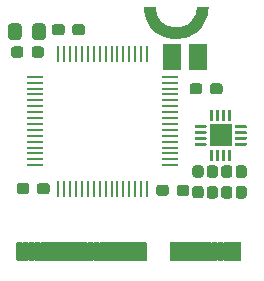
<source format=gts>
%TF.GenerationSoftware,KiCad,Pcbnew,(5.1.8)-1*%
%TF.CreationDate,2020-12-18T16:25:40+01:00*%
%TF.ProjectId,TeensyMM,5465656e-7379-44d4-9d2e-6b696361645f,rev?*%
%TF.SameCoordinates,Original*%
%TF.FileFunction,Soldermask,Top*%
%TF.FilePolarity,Negative*%
%FSLAX46Y46*%
G04 Gerber Fmt 4.6, Leading zero omitted, Abs format (unit mm)*
G04 Created by KiCad (PCBNEW (5.1.8)-1) date 2020-12-18 16:25:40*
%MOMM*%
%LPD*%
G01*
G04 APERTURE LIST*
%ADD10C,0.100000*%
%ADD11R,1.900000X1.900000*%
%ADD12R,1.500000X2.200000*%
%ADD13R,1.473200X0.279400*%
%ADD14R,0.279400X1.473200*%
G04 APERTURE END LIST*
D10*
%TO.C,J1*%
G36*
X133405100Y-53565000D02*
G01*
X134405100Y-53565000D01*
X134431686Y-53868884D01*
X134510638Y-54163535D01*
X134639556Y-54440000D01*
X134814522Y-54689878D01*
X135030222Y-54905578D01*
X135280100Y-55080544D01*
X135556565Y-55209462D01*
X135851216Y-55288414D01*
X136155100Y-55315000D01*
X136458984Y-55288414D01*
X136753635Y-55209462D01*
X137030100Y-55080544D01*
X137279978Y-54905578D01*
X137495678Y-54689878D01*
X137670644Y-54440000D01*
X137799562Y-54163535D01*
X137905100Y-53565000D01*
X138905100Y-53565000D01*
X138881573Y-53923947D01*
X138811396Y-54276752D01*
X138695769Y-54617379D01*
X138536670Y-54940000D01*
X138336822Y-55239094D01*
X138099644Y-55509544D01*
X137829194Y-55746722D01*
X137530100Y-55946570D01*
X137207479Y-56105669D01*
X136866852Y-56221296D01*
X136155100Y-56315000D01*
X135796153Y-56291473D01*
X135443348Y-56221296D01*
X135102721Y-56105669D01*
X134780100Y-55946570D01*
X134481006Y-55746722D01*
X134210556Y-55509544D01*
X133973378Y-55239094D01*
X133773530Y-54940000D01*
X133614431Y-54617379D01*
X133498804Y-54276752D01*
X133428627Y-53923947D01*
X133405100Y-53565000D01*
G37*
%TD*%
%TO.C,R4*%
G36*
G01*
X138235700Y-68040800D02*
X137760700Y-68040800D01*
G75*
G02*
X137523200Y-67803300I0J237500D01*
G01*
X137523200Y-67228300D01*
G75*
G02*
X137760700Y-66990800I237500J0D01*
G01*
X138235700Y-66990800D01*
G75*
G02*
X138473200Y-67228300I0J-237500D01*
G01*
X138473200Y-67803300D01*
G75*
G02*
X138235700Y-68040800I-237500J0D01*
G01*
G37*
G36*
G01*
X138235700Y-69790800D02*
X137760700Y-69790800D01*
G75*
G02*
X137523200Y-69553300I0J237500D01*
G01*
X137523200Y-68978300D01*
G75*
G02*
X137760700Y-68740800I237500J0D01*
G01*
X138235700Y-68740800D01*
G75*
G02*
X138473200Y-68978300I0J-237500D01*
G01*
X138473200Y-69553300D01*
G75*
G02*
X138235700Y-69790800I-237500J0D01*
G01*
G37*
%TD*%
%TO.C,R5*%
G36*
G01*
X139454900Y-68052200D02*
X138979900Y-68052200D01*
G75*
G02*
X138742400Y-67814700I0J237500D01*
G01*
X138742400Y-67239700D01*
G75*
G02*
X138979900Y-67002200I237500J0D01*
G01*
X139454900Y-67002200D01*
G75*
G02*
X139692400Y-67239700I0J-237500D01*
G01*
X139692400Y-67814700D01*
G75*
G02*
X139454900Y-68052200I-237500J0D01*
G01*
G37*
G36*
G01*
X139454900Y-69802200D02*
X138979900Y-69802200D01*
G75*
G02*
X138742400Y-69564700I0J237500D01*
G01*
X138742400Y-68989700D01*
G75*
G02*
X138979900Y-68752200I237500J0D01*
G01*
X139454900Y-68752200D01*
G75*
G02*
X139692400Y-68989700I0J-237500D01*
G01*
X139692400Y-69564700D01*
G75*
G02*
X139454900Y-69802200I-237500J0D01*
G01*
G37*
%TD*%
D11*
%TO.C,U2*%
X139928600Y-64465200D03*
G36*
G01*
X141191100Y-63590200D02*
X142066100Y-63590200D01*
G75*
G02*
X142128600Y-63652700I0J-62500D01*
G01*
X142128600Y-63777700D01*
G75*
G02*
X142066100Y-63840200I-62500J0D01*
G01*
X141191100Y-63840200D01*
G75*
G02*
X141128600Y-63777700I0J62500D01*
G01*
X141128600Y-63652700D01*
G75*
G02*
X141191100Y-63590200I62500J0D01*
G01*
G37*
G36*
G01*
X141191100Y-64090200D02*
X142066100Y-64090200D01*
G75*
G02*
X142128600Y-64152700I0J-62500D01*
G01*
X142128600Y-64277700D01*
G75*
G02*
X142066100Y-64340200I-62500J0D01*
G01*
X141191100Y-64340200D01*
G75*
G02*
X141128600Y-64277700I0J62500D01*
G01*
X141128600Y-64152700D01*
G75*
G02*
X141191100Y-64090200I62500J0D01*
G01*
G37*
G36*
G01*
X141191100Y-64590200D02*
X142066100Y-64590200D01*
G75*
G02*
X142128600Y-64652700I0J-62500D01*
G01*
X142128600Y-64777700D01*
G75*
G02*
X142066100Y-64840200I-62500J0D01*
G01*
X141191100Y-64840200D01*
G75*
G02*
X141128600Y-64777700I0J62500D01*
G01*
X141128600Y-64652700D01*
G75*
G02*
X141191100Y-64590200I62500J0D01*
G01*
G37*
G36*
G01*
X141191100Y-65090200D02*
X142066100Y-65090200D01*
G75*
G02*
X142128600Y-65152700I0J-62500D01*
G01*
X142128600Y-65277700D01*
G75*
G02*
X142066100Y-65340200I-62500J0D01*
G01*
X141191100Y-65340200D01*
G75*
G02*
X141128600Y-65277700I0J62500D01*
G01*
X141128600Y-65152700D01*
G75*
G02*
X141191100Y-65090200I62500J0D01*
G01*
G37*
G36*
G01*
X140616100Y-65665200D02*
X140741100Y-65665200D01*
G75*
G02*
X140803600Y-65727700I0J-62500D01*
G01*
X140803600Y-66602700D01*
G75*
G02*
X140741100Y-66665200I-62500J0D01*
G01*
X140616100Y-66665200D01*
G75*
G02*
X140553600Y-66602700I0J62500D01*
G01*
X140553600Y-65727700D01*
G75*
G02*
X140616100Y-65665200I62500J0D01*
G01*
G37*
G36*
G01*
X140116100Y-65665200D02*
X140241100Y-65665200D01*
G75*
G02*
X140303600Y-65727700I0J-62500D01*
G01*
X140303600Y-66602700D01*
G75*
G02*
X140241100Y-66665200I-62500J0D01*
G01*
X140116100Y-66665200D01*
G75*
G02*
X140053600Y-66602700I0J62500D01*
G01*
X140053600Y-65727700D01*
G75*
G02*
X140116100Y-65665200I62500J0D01*
G01*
G37*
G36*
G01*
X139616100Y-65665200D02*
X139741100Y-65665200D01*
G75*
G02*
X139803600Y-65727700I0J-62500D01*
G01*
X139803600Y-66602700D01*
G75*
G02*
X139741100Y-66665200I-62500J0D01*
G01*
X139616100Y-66665200D01*
G75*
G02*
X139553600Y-66602700I0J62500D01*
G01*
X139553600Y-65727700D01*
G75*
G02*
X139616100Y-65665200I62500J0D01*
G01*
G37*
G36*
G01*
X139116100Y-65665200D02*
X139241100Y-65665200D01*
G75*
G02*
X139303600Y-65727700I0J-62500D01*
G01*
X139303600Y-66602700D01*
G75*
G02*
X139241100Y-66665200I-62500J0D01*
G01*
X139116100Y-66665200D01*
G75*
G02*
X139053600Y-66602700I0J62500D01*
G01*
X139053600Y-65727700D01*
G75*
G02*
X139116100Y-65665200I62500J0D01*
G01*
G37*
G36*
G01*
X137791100Y-65090200D02*
X138666100Y-65090200D01*
G75*
G02*
X138728600Y-65152700I0J-62500D01*
G01*
X138728600Y-65277700D01*
G75*
G02*
X138666100Y-65340200I-62500J0D01*
G01*
X137791100Y-65340200D01*
G75*
G02*
X137728600Y-65277700I0J62500D01*
G01*
X137728600Y-65152700D01*
G75*
G02*
X137791100Y-65090200I62500J0D01*
G01*
G37*
G36*
G01*
X137791100Y-64590200D02*
X138666100Y-64590200D01*
G75*
G02*
X138728600Y-64652700I0J-62500D01*
G01*
X138728600Y-64777700D01*
G75*
G02*
X138666100Y-64840200I-62500J0D01*
G01*
X137791100Y-64840200D01*
G75*
G02*
X137728600Y-64777700I0J62500D01*
G01*
X137728600Y-64652700D01*
G75*
G02*
X137791100Y-64590200I62500J0D01*
G01*
G37*
G36*
G01*
X137791100Y-64090200D02*
X138666100Y-64090200D01*
G75*
G02*
X138728600Y-64152700I0J-62500D01*
G01*
X138728600Y-64277700D01*
G75*
G02*
X138666100Y-64340200I-62500J0D01*
G01*
X137791100Y-64340200D01*
G75*
G02*
X137728600Y-64277700I0J62500D01*
G01*
X137728600Y-64152700D01*
G75*
G02*
X137791100Y-64090200I62500J0D01*
G01*
G37*
G36*
G01*
X137791100Y-63590200D02*
X138666100Y-63590200D01*
G75*
G02*
X138728600Y-63652700I0J-62500D01*
G01*
X138728600Y-63777700D01*
G75*
G02*
X138666100Y-63840200I-62500J0D01*
G01*
X137791100Y-63840200D01*
G75*
G02*
X137728600Y-63777700I0J62500D01*
G01*
X137728600Y-63652700D01*
G75*
G02*
X137791100Y-63590200I62500J0D01*
G01*
G37*
G36*
G01*
X139116100Y-62265200D02*
X139241100Y-62265200D01*
G75*
G02*
X139303600Y-62327700I0J-62500D01*
G01*
X139303600Y-63202700D01*
G75*
G02*
X139241100Y-63265200I-62500J0D01*
G01*
X139116100Y-63265200D01*
G75*
G02*
X139053600Y-63202700I0J62500D01*
G01*
X139053600Y-62327700D01*
G75*
G02*
X139116100Y-62265200I62500J0D01*
G01*
G37*
G36*
G01*
X139616100Y-62265200D02*
X139741100Y-62265200D01*
G75*
G02*
X139803600Y-62327700I0J-62500D01*
G01*
X139803600Y-63202700D01*
G75*
G02*
X139741100Y-63265200I-62500J0D01*
G01*
X139616100Y-63265200D01*
G75*
G02*
X139553600Y-63202700I0J62500D01*
G01*
X139553600Y-62327700D01*
G75*
G02*
X139616100Y-62265200I62500J0D01*
G01*
G37*
G36*
G01*
X140116100Y-62265200D02*
X140241100Y-62265200D01*
G75*
G02*
X140303600Y-62327700I0J-62500D01*
G01*
X140303600Y-63202700D01*
G75*
G02*
X140241100Y-63265200I-62500J0D01*
G01*
X140116100Y-63265200D01*
G75*
G02*
X140053600Y-63202700I0J62500D01*
G01*
X140053600Y-62327700D01*
G75*
G02*
X140116100Y-62265200I62500J0D01*
G01*
G37*
G36*
G01*
X140616100Y-62265200D02*
X140741100Y-62265200D01*
G75*
G02*
X140803600Y-62327700I0J-62500D01*
G01*
X140803600Y-63202700D01*
G75*
G02*
X140741100Y-63265200I-62500J0D01*
G01*
X140616100Y-63265200D01*
G75*
G02*
X140553600Y-63202700I0J62500D01*
G01*
X140553600Y-62327700D01*
G75*
G02*
X140616100Y-62265200I62500J0D01*
G01*
G37*
%TD*%
D12*
%TO.C,Y1*%
X135831400Y-57861200D03*
X138031400Y-57861200D03*
%TD*%
%TO.C,J1*%
G36*
G01*
X123181700Y-73565000D02*
X123181700Y-75015000D01*
G75*
G02*
X123080100Y-75116600I-101600J0D01*
G01*
X122730100Y-75116600D01*
G75*
G02*
X122628500Y-75015000I0J101600D01*
G01*
X122628500Y-73565000D01*
G75*
G02*
X122730100Y-73463400I101600J0D01*
G01*
X123080100Y-73463400D01*
G75*
G02*
X123181700Y-73565000I0J-101600D01*
G01*
G37*
G36*
G01*
X123681700Y-73565000D02*
X123681700Y-75015000D01*
G75*
G02*
X123580100Y-75116600I-101600J0D01*
G01*
X123230100Y-75116600D01*
G75*
G02*
X123128500Y-75015000I0J101600D01*
G01*
X123128500Y-73565000D01*
G75*
G02*
X123230100Y-73463400I101600J0D01*
G01*
X123580100Y-73463400D01*
G75*
G02*
X123681700Y-73565000I0J-101600D01*
G01*
G37*
G36*
G01*
X124181700Y-73565000D02*
X124181700Y-75015000D01*
G75*
G02*
X124080100Y-75116600I-101600J0D01*
G01*
X123730100Y-75116600D01*
G75*
G02*
X123628500Y-75015000I0J101600D01*
G01*
X123628500Y-73565000D01*
G75*
G02*
X123730100Y-73463400I101600J0D01*
G01*
X124080100Y-73463400D01*
G75*
G02*
X124181700Y-73565000I0J-101600D01*
G01*
G37*
G36*
G01*
X124681700Y-73565000D02*
X124681700Y-75015000D01*
G75*
G02*
X124580100Y-75116600I-101600J0D01*
G01*
X124230100Y-75116600D01*
G75*
G02*
X124128500Y-75015000I0J101600D01*
G01*
X124128500Y-73565000D01*
G75*
G02*
X124230100Y-73463400I101600J0D01*
G01*
X124580100Y-73463400D01*
G75*
G02*
X124681700Y-73565000I0J-101600D01*
G01*
G37*
G36*
G01*
X125181700Y-73565000D02*
X125181700Y-75015000D01*
G75*
G02*
X125080100Y-75116600I-101600J0D01*
G01*
X124730100Y-75116600D01*
G75*
G02*
X124628500Y-75015000I0J101600D01*
G01*
X124628500Y-73565000D01*
G75*
G02*
X124730100Y-73463400I101600J0D01*
G01*
X125080100Y-73463400D01*
G75*
G02*
X125181700Y-73565000I0J-101600D01*
G01*
G37*
G36*
G01*
X125681700Y-73565000D02*
X125681700Y-75015000D01*
G75*
G02*
X125580100Y-75116600I-101600J0D01*
G01*
X125230100Y-75116600D01*
G75*
G02*
X125128500Y-75015000I0J101600D01*
G01*
X125128500Y-73565000D01*
G75*
G02*
X125230100Y-73463400I101600J0D01*
G01*
X125580100Y-73463400D01*
G75*
G02*
X125681700Y-73565000I0J-101600D01*
G01*
G37*
G36*
G01*
X126181700Y-73565000D02*
X126181700Y-75015000D01*
G75*
G02*
X126080100Y-75116600I-101600J0D01*
G01*
X125730100Y-75116600D01*
G75*
G02*
X125628500Y-75015000I0J101600D01*
G01*
X125628500Y-73565000D01*
G75*
G02*
X125730100Y-73463400I101600J0D01*
G01*
X126080100Y-73463400D01*
G75*
G02*
X126181700Y-73565000I0J-101600D01*
G01*
G37*
G36*
G01*
X126681700Y-73565000D02*
X126681700Y-75015000D01*
G75*
G02*
X126580100Y-75116600I-101600J0D01*
G01*
X126230100Y-75116600D01*
G75*
G02*
X126128500Y-75015000I0J101600D01*
G01*
X126128500Y-73565000D01*
G75*
G02*
X126230100Y-73463400I101600J0D01*
G01*
X126580100Y-73463400D01*
G75*
G02*
X126681700Y-73565000I0J-101600D01*
G01*
G37*
G36*
G01*
X127181700Y-73565000D02*
X127181700Y-75015000D01*
G75*
G02*
X127080100Y-75116600I-101600J0D01*
G01*
X126730100Y-75116600D01*
G75*
G02*
X126628500Y-75015000I0J101600D01*
G01*
X126628500Y-73565000D01*
G75*
G02*
X126730100Y-73463400I101600J0D01*
G01*
X127080100Y-73463400D01*
G75*
G02*
X127181700Y-73565000I0J-101600D01*
G01*
G37*
G36*
G01*
X127681700Y-73565000D02*
X127681700Y-75015000D01*
G75*
G02*
X127580100Y-75116600I-101600J0D01*
G01*
X127230100Y-75116600D01*
G75*
G02*
X127128500Y-75015000I0J101600D01*
G01*
X127128500Y-73565000D01*
G75*
G02*
X127230100Y-73463400I101600J0D01*
G01*
X127580100Y-73463400D01*
G75*
G02*
X127681700Y-73565000I0J-101600D01*
G01*
G37*
G36*
G01*
X128181700Y-73565000D02*
X128181700Y-75015000D01*
G75*
G02*
X128080100Y-75116600I-101600J0D01*
G01*
X127730100Y-75116600D01*
G75*
G02*
X127628500Y-75015000I0J101600D01*
G01*
X127628500Y-73565000D01*
G75*
G02*
X127730100Y-73463400I101600J0D01*
G01*
X128080100Y-73463400D01*
G75*
G02*
X128181700Y-73565000I0J-101600D01*
G01*
G37*
G36*
G01*
X128681700Y-73565000D02*
X128681700Y-75015000D01*
G75*
G02*
X128580100Y-75116600I-101600J0D01*
G01*
X128230100Y-75116600D01*
G75*
G02*
X128128500Y-75015000I0J101600D01*
G01*
X128128500Y-73565000D01*
G75*
G02*
X128230100Y-73463400I101600J0D01*
G01*
X128580100Y-73463400D01*
G75*
G02*
X128681700Y-73565000I0J-101600D01*
G01*
G37*
G36*
G01*
X129181700Y-73565000D02*
X129181700Y-75015000D01*
G75*
G02*
X129080100Y-75116600I-101600J0D01*
G01*
X128730100Y-75116600D01*
G75*
G02*
X128628500Y-75015000I0J101600D01*
G01*
X128628500Y-73565000D01*
G75*
G02*
X128730100Y-73463400I101600J0D01*
G01*
X129080100Y-73463400D01*
G75*
G02*
X129181700Y-73565000I0J-101600D01*
G01*
G37*
G36*
G01*
X129681700Y-73565000D02*
X129681700Y-75015000D01*
G75*
G02*
X129580100Y-75116600I-101600J0D01*
G01*
X129230100Y-75116600D01*
G75*
G02*
X129128500Y-75015000I0J101600D01*
G01*
X129128500Y-73565000D01*
G75*
G02*
X129230100Y-73463400I101600J0D01*
G01*
X129580100Y-73463400D01*
G75*
G02*
X129681700Y-73565000I0J-101600D01*
G01*
G37*
G36*
G01*
X130181700Y-73565000D02*
X130181700Y-75015000D01*
G75*
G02*
X130080100Y-75116600I-101600J0D01*
G01*
X129730100Y-75116600D01*
G75*
G02*
X129628500Y-75015000I0J101600D01*
G01*
X129628500Y-73565000D01*
G75*
G02*
X129730100Y-73463400I101600J0D01*
G01*
X130080100Y-73463400D01*
G75*
G02*
X130181700Y-73565000I0J-101600D01*
G01*
G37*
G36*
G01*
X130681700Y-73565000D02*
X130681700Y-75015000D01*
G75*
G02*
X130580100Y-75116600I-101600J0D01*
G01*
X130230100Y-75116600D01*
G75*
G02*
X130128500Y-75015000I0J101600D01*
G01*
X130128500Y-73565000D01*
G75*
G02*
X130230100Y-73463400I101600J0D01*
G01*
X130580100Y-73463400D01*
G75*
G02*
X130681700Y-73565000I0J-101600D01*
G01*
G37*
G36*
G01*
X131181700Y-73565000D02*
X131181700Y-75015000D01*
G75*
G02*
X131080100Y-75116600I-101600J0D01*
G01*
X130730100Y-75116600D01*
G75*
G02*
X130628500Y-75015000I0J101600D01*
G01*
X130628500Y-73565000D01*
G75*
G02*
X130730100Y-73463400I101600J0D01*
G01*
X131080100Y-73463400D01*
G75*
G02*
X131181700Y-73565000I0J-101600D01*
G01*
G37*
G36*
G01*
X131681700Y-73565000D02*
X131681700Y-75015000D01*
G75*
G02*
X131580100Y-75116600I-101600J0D01*
G01*
X131230100Y-75116600D01*
G75*
G02*
X131128500Y-75015000I0J101600D01*
G01*
X131128500Y-73565000D01*
G75*
G02*
X131230100Y-73463400I101600J0D01*
G01*
X131580100Y-73463400D01*
G75*
G02*
X131681700Y-73565000I0J-101600D01*
G01*
G37*
G36*
G01*
X132181700Y-73565000D02*
X132181700Y-75015000D01*
G75*
G02*
X132080100Y-75116600I-101600J0D01*
G01*
X131730100Y-75116600D01*
G75*
G02*
X131628500Y-75015000I0J101600D01*
G01*
X131628500Y-73565000D01*
G75*
G02*
X131730100Y-73463400I101600J0D01*
G01*
X132080100Y-73463400D01*
G75*
G02*
X132181700Y-73565000I0J-101600D01*
G01*
G37*
G36*
G01*
X132681700Y-73565000D02*
X132681700Y-75015000D01*
G75*
G02*
X132580100Y-75116600I-101600J0D01*
G01*
X132230100Y-75116600D01*
G75*
G02*
X132128500Y-75015000I0J101600D01*
G01*
X132128500Y-73565000D01*
G75*
G02*
X132230100Y-73463400I101600J0D01*
G01*
X132580100Y-73463400D01*
G75*
G02*
X132681700Y-73565000I0J-101600D01*
G01*
G37*
G36*
G01*
X133181700Y-73565000D02*
X133181700Y-75015000D01*
G75*
G02*
X133080100Y-75116600I-101600J0D01*
G01*
X132730100Y-75116600D01*
G75*
G02*
X132628500Y-75015000I0J101600D01*
G01*
X132628500Y-73565000D01*
G75*
G02*
X132730100Y-73463400I101600J0D01*
G01*
X133080100Y-73463400D01*
G75*
G02*
X133181700Y-73565000I0J-101600D01*
G01*
G37*
G36*
G01*
X133681700Y-73565000D02*
X133681700Y-75015000D01*
G75*
G02*
X133580100Y-75116600I-101600J0D01*
G01*
X133230100Y-75116600D01*
G75*
G02*
X133128500Y-75015000I0J101600D01*
G01*
X133128500Y-73565000D01*
G75*
G02*
X133230100Y-73463400I101600J0D01*
G01*
X133580100Y-73463400D01*
G75*
G02*
X133681700Y-73565000I0J-101600D01*
G01*
G37*
G36*
G01*
X136181700Y-73565000D02*
X136181700Y-75015000D01*
G75*
G02*
X136080100Y-75116600I-101600J0D01*
G01*
X135730100Y-75116600D01*
G75*
G02*
X135628500Y-75015000I0J101600D01*
G01*
X135628500Y-73565000D01*
G75*
G02*
X135730100Y-73463400I101600J0D01*
G01*
X136080100Y-73463400D01*
G75*
G02*
X136181700Y-73565000I0J-101600D01*
G01*
G37*
G36*
G01*
X136681700Y-73565000D02*
X136681700Y-75015000D01*
G75*
G02*
X136580100Y-75116600I-101600J0D01*
G01*
X136230100Y-75116600D01*
G75*
G02*
X136128500Y-75015000I0J101600D01*
G01*
X136128500Y-73565000D01*
G75*
G02*
X136230100Y-73463400I101600J0D01*
G01*
X136580100Y-73463400D01*
G75*
G02*
X136681700Y-73565000I0J-101600D01*
G01*
G37*
G36*
G01*
X137181700Y-73565000D02*
X137181700Y-75015000D01*
G75*
G02*
X137080100Y-75116600I-101600J0D01*
G01*
X136730100Y-75116600D01*
G75*
G02*
X136628500Y-75015000I0J101600D01*
G01*
X136628500Y-73565000D01*
G75*
G02*
X136730100Y-73463400I101600J0D01*
G01*
X137080100Y-73463400D01*
G75*
G02*
X137181700Y-73565000I0J-101600D01*
G01*
G37*
G36*
G01*
X137681700Y-73565000D02*
X137681700Y-75015000D01*
G75*
G02*
X137580100Y-75116600I-101600J0D01*
G01*
X137230100Y-75116600D01*
G75*
G02*
X137128500Y-75015000I0J101600D01*
G01*
X137128500Y-73565000D01*
G75*
G02*
X137230100Y-73463400I101600J0D01*
G01*
X137580100Y-73463400D01*
G75*
G02*
X137681700Y-73565000I0J-101600D01*
G01*
G37*
G36*
G01*
X138181700Y-73565000D02*
X138181700Y-75015000D01*
G75*
G02*
X138080100Y-75116600I-101600J0D01*
G01*
X137730100Y-75116600D01*
G75*
G02*
X137628500Y-75015000I0J101600D01*
G01*
X137628500Y-73565000D01*
G75*
G02*
X137730100Y-73463400I101600J0D01*
G01*
X138080100Y-73463400D01*
G75*
G02*
X138181700Y-73565000I0J-101600D01*
G01*
G37*
G36*
G01*
X138681700Y-73565000D02*
X138681700Y-75015000D01*
G75*
G02*
X138580100Y-75116600I-101600J0D01*
G01*
X138230100Y-75116600D01*
G75*
G02*
X138128500Y-75015000I0J101600D01*
G01*
X138128500Y-73565000D01*
G75*
G02*
X138230100Y-73463400I101600J0D01*
G01*
X138580100Y-73463400D01*
G75*
G02*
X138681700Y-73565000I0J-101600D01*
G01*
G37*
G36*
G01*
X139181700Y-73565000D02*
X139181700Y-75015000D01*
G75*
G02*
X139080100Y-75116600I-101600J0D01*
G01*
X138730100Y-75116600D01*
G75*
G02*
X138628500Y-75015000I0J101600D01*
G01*
X138628500Y-73565000D01*
G75*
G02*
X138730100Y-73463400I101600J0D01*
G01*
X139080100Y-73463400D01*
G75*
G02*
X139181700Y-73565000I0J-101600D01*
G01*
G37*
G36*
G01*
X139681700Y-73565000D02*
X139681700Y-75015000D01*
G75*
G02*
X139580100Y-75116600I-101600J0D01*
G01*
X139230100Y-75116600D01*
G75*
G02*
X139128500Y-75015000I0J101600D01*
G01*
X139128500Y-73565000D01*
G75*
G02*
X139230100Y-73463400I101600J0D01*
G01*
X139580100Y-73463400D01*
G75*
G02*
X139681700Y-73565000I0J-101600D01*
G01*
G37*
G36*
G01*
X140181700Y-73565000D02*
X140181700Y-75015000D01*
G75*
G02*
X140080100Y-75116600I-101600J0D01*
G01*
X139730100Y-75116600D01*
G75*
G02*
X139628500Y-75015000I0J101600D01*
G01*
X139628500Y-73565000D01*
G75*
G02*
X139730100Y-73463400I101600J0D01*
G01*
X140080100Y-73463400D01*
G75*
G02*
X140181700Y-73565000I0J-101600D01*
G01*
G37*
G36*
G01*
X140681700Y-73565000D02*
X140681700Y-75015000D01*
G75*
G02*
X140580100Y-75116600I-101600J0D01*
G01*
X140230100Y-75116600D01*
G75*
G02*
X140128500Y-75015000I0J101600D01*
G01*
X140128500Y-73565000D01*
G75*
G02*
X140230100Y-73463400I101600J0D01*
G01*
X140580100Y-73463400D01*
G75*
G02*
X140681700Y-73565000I0J-101600D01*
G01*
G37*
G36*
G01*
X141181700Y-73565000D02*
X141181700Y-75015000D01*
G75*
G02*
X141080100Y-75116600I-101600J0D01*
G01*
X140730100Y-75116600D01*
G75*
G02*
X140628500Y-75015000I0J101600D01*
G01*
X140628500Y-73565000D01*
G75*
G02*
X140730100Y-73463400I101600J0D01*
G01*
X141080100Y-73463400D01*
G75*
G02*
X141181700Y-73565000I0J-101600D01*
G01*
G37*
G36*
G01*
X141681700Y-73565000D02*
X141681700Y-75015000D01*
G75*
G02*
X141580100Y-75116600I-101600J0D01*
G01*
X141230100Y-75116600D01*
G75*
G02*
X141128500Y-75015000I0J101600D01*
G01*
X141128500Y-73565000D01*
G75*
G02*
X141230100Y-73463400I101600J0D01*
G01*
X141580100Y-73463400D01*
G75*
G02*
X141681700Y-73565000I0J-101600D01*
G01*
G37*
%TD*%
D13*
%TO.C,U1*%
X124206000Y-67005200D03*
X124206000Y-66497200D03*
X124206000Y-65989200D03*
X124206000Y-65506600D03*
X124206000Y-64998600D03*
X124206000Y-64490600D03*
X124206000Y-64008000D03*
X124206000Y-63500000D03*
X124206000Y-62992000D03*
X124206000Y-62484000D03*
X124206000Y-62001400D03*
X124206000Y-61493400D03*
X124206000Y-60985400D03*
X124206000Y-60502800D03*
X124206000Y-59994800D03*
X124206000Y-59486800D03*
D14*
X126161800Y-57531000D03*
X126669800Y-57531000D03*
X127177800Y-57531000D03*
X127660400Y-57531000D03*
X128168400Y-57531000D03*
X128676400Y-57531000D03*
X129159000Y-57531000D03*
X129667000Y-57531000D03*
X130175000Y-57531000D03*
X130683000Y-57531000D03*
X131165600Y-57531000D03*
X131673600Y-57531000D03*
X132181600Y-57531000D03*
X132664200Y-57531000D03*
X133172200Y-57531000D03*
X133680200Y-57531000D03*
D13*
X135636000Y-59486800D03*
X135636000Y-59994800D03*
X135636000Y-60502800D03*
X135636000Y-60985400D03*
X135636000Y-61493400D03*
X135636000Y-62001400D03*
X135636000Y-62484000D03*
X135636000Y-62992000D03*
X135636000Y-63500000D03*
X135636000Y-64008000D03*
X135636000Y-64490600D03*
X135636000Y-64998600D03*
X135636000Y-65506600D03*
X135636000Y-65989200D03*
X135636000Y-66497200D03*
X135636000Y-67005200D03*
D14*
X133680200Y-68961000D03*
X133172200Y-68961000D03*
X132664200Y-68961000D03*
X132181600Y-68961000D03*
X131673600Y-68961000D03*
X131165600Y-68961000D03*
X130683000Y-68961000D03*
X130175000Y-68961000D03*
X129667000Y-68961000D03*
X129159000Y-68961000D03*
X128676400Y-68961000D03*
X128168400Y-68961000D03*
X127660400Y-68961000D03*
X127177800Y-68961000D03*
X126669800Y-68961000D03*
X126161800Y-68961000D03*
%TD*%
%TO.C,C1*%
G36*
G01*
X123717000Y-68723500D02*
X123717000Y-69198500D01*
G75*
G02*
X123479500Y-69436000I-237500J0D01*
G01*
X122879500Y-69436000D01*
G75*
G02*
X122642000Y-69198500I0J237500D01*
G01*
X122642000Y-68723500D01*
G75*
G02*
X122879500Y-68486000I237500J0D01*
G01*
X123479500Y-68486000D01*
G75*
G02*
X123717000Y-68723500I0J-237500D01*
G01*
G37*
G36*
G01*
X125442000Y-68723500D02*
X125442000Y-69198500D01*
G75*
G02*
X125204500Y-69436000I-237500J0D01*
G01*
X124604500Y-69436000D01*
G75*
G02*
X124367000Y-69198500I0J237500D01*
G01*
X124367000Y-68723500D01*
G75*
G02*
X124604500Y-68486000I237500J0D01*
G01*
X125204500Y-68486000D01*
G75*
G02*
X125442000Y-68723500I0J-237500D01*
G01*
G37*
%TD*%
%TO.C,R1*%
G36*
G01*
X123909600Y-57641500D02*
X123909600Y-57166500D01*
G75*
G02*
X124147100Y-56929000I237500J0D01*
G01*
X124722100Y-56929000D01*
G75*
G02*
X124959600Y-57166500I0J-237500D01*
G01*
X124959600Y-57641500D01*
G75*
G02*
X124722100Y-57879000I-237500J0D01*
G01*
X124147100Y-57879000D01*
G75*
G02*
X123909600Y-57641500I0J237500D01*
G01*
G37*
G36*
G01*
X122159600Y-57641500D02*
X122159600Y-57166500D01*
G75*
G02*
X122397100Y-56929000I237500J0D01*
G01*
X122972100Y-56929000D01*
G75*
G02*
X123209600Y-57166500I0J-237500D01*
G01*
X123209600Y-57641500D01*
G75*
G02*
X122972100Y-57879000I-237500J0D01*
G01*
X122397100Y-57879000D01*
G75*
G02*
X122159600Y-57641500I0J237500D01*
G01*
G37*
%TD*%
%TO.C,D1*%
G36*
G01*
X123961200Y-56126801D02*
X123961200Y-55226799D01*
G75*
G02*
X124211199Y-54976800I249999J0D01*
G01*
X124861201Y-54976800D01*
G75*
G02*
X125111200Y-55226799I0J-249999D01*
G01*
X125111200Y-56126801D01*
G75*
G02*
X124861201Y-56376800I-249999J0D01*
G01*
X124211199Y-56376800D01*
G75*
G02*
X123961200Y-56126801I0J249999D01*
G01*
G37*
G36*
G01*
X121911200Y-56126801D02*
X121911200Y-55226799D01*
G75*
G02*
X122161199Y-54976800I249999J0D01*
G01*
X122811201Y-54976800D01*
G75*
G02*
X123061200Y-55226799I0J-249999D01*
G01*
X123061200Y-56126801D01*
G75*
G02*
X122811201Y-56376800I-249999J0D01*
G01*
X122161199Y-56376800D01*
G75*
G02*
X121911200Y-56126801I0J249999D01*
G01*
G37*
%TD*%
%TO.C,C4*%
G36*
G01*
X136188500Y-69350900D02*
X136188500Y-68875900D01*
G75*
G02*
X136426000Y-68638400I237500J0D01*
G01*
X137026000Y-68638400D01*
G75*
G02*
X137263500Y-68875900I0J-237500D01*
G01*
X137263500Y-69350900D01*
G75*
G02*
X137026000Y-69588400I-237500J0D01*
G01*
X136426000Y-69588400D01*
G75*
G02*
X136188500Y-69350900I0J237500D01*
G01*
G37*
G36*
G01*
X134463500Y-69350900D02*
X134463500Y-68875900D01*
G75*
G02*
X134701000Y-68638400I237500J0D01*
G01*
X135301000Y-68638400D01*
G75*
G02*
X135538500Y-68875900I0J-237500D01*
G01*
X135538500Y-69350900D01*
G75*
G02*
X135301000Y-69588400I-237500J0D01*
G01*
X134701000Y-69588400D01*
G75*
G02*
X134463500Y-69350900I0J237500D01*
G01*
G37*
%TD*%
%TO.C,C3*%
G36*
G01*
X127362000Y-55736500D02*
X127362000Y-55261500D01*
G75*
G02*
X127599500Y-55024000I237500J0D01*
G01*
X128199500Y-55024000D01*
G75*
G02*
X128437000Y-55261500I0J-237500D01*
G01*
X128437000Y-55736500D01*
G75*
G02*
X128199500Y-55974000I-237500J0D01*
G01*
X127599500Y-55974000D01*
G75*
G02*
X127362000Y-55736500I0J237500D01*
G01*
G37*
G36*
G01*
X125637000Y-55736500D02*
X125637000Y-55261500D01*
G75*
G02*
X125874500Y-55024000I237500J0D01*
G01*
X126474500Y-55024000D01*
G75*
G02*
X126712000Y-55261500I0J-237500D01*
G01*
X126712000Y-55736500D01*
G75*
G02*
X126474500Y-55974000I-237500J0D01*
G01*
X125874500Y-55974000D01*
G75*
G02*
X125637000Y-55736500I0J237500D01*
G01*
G37*
%TD*%
%TO.C,C2*%
G36*
G01*
X139009000Y-60753000D02*
X139009000Y-60278000D01*
G75*
G02*
X139246500Y-60040500I237500J0D01*
G01*
X139846500Y-60040500D01*
G75*
G02*
X140084000Y-60278000I0J-237500D01*
G01*
X140084000Y-60753000D01*
G75*
G02*
X139846500Y-60990500I-237500J0D01*
G01*
X139246500Y-60990500D01*
G75*
G02*
X139009000Y-60753000I0J237500D01*
G01*
G37*
G36*
G01*
X137284000Y-60753000D02*
X137284000Y-60278000D01*
G75*
G02*
X137521500Y-60040500I237500J0D01*
G01*
X138121500Y-60040500D01*
G75*
G02*
X138359000Y-60278000I0J-237500D01*
G01*
X138359000Y-60753000D01*
G75*
G02*
X138121500Y-60990500I-237500J0D01*
G01*
X137521500Y-60990500D01*
G75*
G02*
X137284000Y-60753000I0J237500D01*
G01*
G37*
%TD*%
%TO.C,R2*%
G36*
G01*
X141893300Y-68052200D02*
X141418300Y-68052200D01*
G75*
G02*
X141180800Y-67814700I0J237500D01*
G01*
X141180800Y-67239700D01*
G75*
G02*
X141418300Y-67002200I237500J0D01*
G01*
X141893300Y-67002200D01*
G75*
G02*
X142130800Y-67239700I0J-237500D01*
G01*
X142130800Y-67814700D01*
G75*
G02*
X141893300Y-68052200I-237500J0D01*
G01*
G37*
G36*
G01*
X141893300Y-69802200D02*
X141418300Y-69802200D01*
G75*
G02*
X141180800Y-69564700I0J237500D01*
G01*
X141180800Y-68989700D01*
G75*
G02*
X141418300Y-68752200I237500J0D01*
G01*
X141893300Y-68752200D01*
G75*
G02*
X142130800Y-68989700I0J-237500D01*
G01*
X142130800Y-69564700D01*
G75*
G02*
X141893300Y-69802200I-237500J0D01*
G01*
G37*
%TD*%
%TO.C,R3*%
G36*
G01*
X140199100Y-68752200D02*
X140674100Y-68752200D01*
G75*
G02*
X140911600Y-68989700I0J-237500D01*
G01*
X140911600Y-69564700D01*
G75*
G02*
X140674100Y-69802200I-237500J0D01*
G01*
X140199100Y-69802200D01*
G75*
G02*
X139961600Y-69564700I0J237500D01*
G01*
X139961600Y-68989700D01*
G75*
G02*
X140199100Y-68752200I237500J0D01*
G01*
G37*
G36*
G01*
X140199100Y-67002200D02*
X140674100Y-67002200D01*
G75*
G02*
X140911600Y-67239700I0J-237500D01*
G01*
X140911600Y-67814700D01*
G75*
G02*
X140674100Y-68052200I-237500J0D01*
G01*
X140199100Y-68052200D01*
G75*
G02*
X139961600Y-67814700I0J237500D01*
G01*
X139961600Y-67239700D01*
G75*
G02*
X140199100Y-67002200I237500J0D01*
G01*
G37*
%TD*%
M02*

</source>
